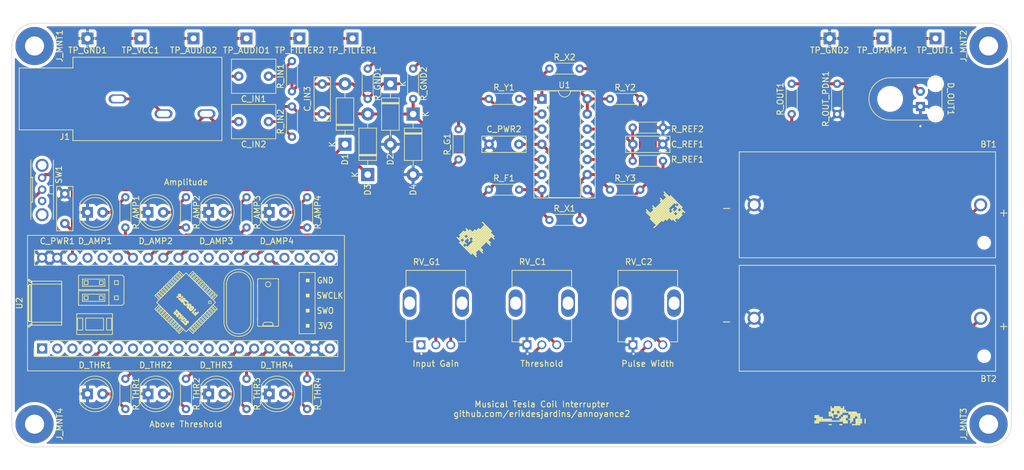
<source format=kicad_pcb>
(kicad_pcb (version 20211014) (generator pcbnew)
  (layers (0 "F.Cu" signal) (31 "B.Cu" signal) (34 "B.Paste" user) (35 "F.Paste" user) (36 "B.SilkS" user "B.Silkscreen") (37 "F.SilkS" user "F.Silkscreen") (38 "B.Mask" user) (39 "F.Mask" user) (44 "Edge.Cuts" user))
  (net 0 "")
  (net 1 "/PIN_G_GND")
  (net 2 "Net-(BT1-PadP)")
  (net 3 "/IN2")
  (net 4 "/IN1")
  (net 5 "/PIN_3V3_VCC")
  (net 6 "/AUDIO-")
  (net 7 "Net-(C_IN1-Pad2)")
  (net 8 "/AUDIO+")
  (net 9 "Net-(C_IN2-Pad2)")
  (net 11 "Net-(RV_G1-Pad2)")
  (net 12 "Net-(RV_G1-Pad3)")
  (net 13 "Net-(R_F1-Pad2)")
  (net 14 "Net-(R_G1-Pad1)")
  (net 15 "Net-(R_GND1-Pad2)")
  (net 16 "/PIN_A8_TIM1C1_PULSE")
  (net 17 "Net-(R_X1-Pad2)")
  (net 18 "Net-(R_X2-Pad1)")
  (net 19 "Net-(R_X2-Pad2)")
  (net 20 "/PIN_A0_ADC1C0")
  (net 34 "Net-(D_AMP1-Pad2)")
  (net 35 "Net-(D_AMP2-Pad2)")
  (net 36 "Net-(D_AMP3-Pad2)")
  (net 37 "Net-(D_AMP4-Pad2)")
  (net 39 "Net-(C_REF1-Pad2)")
  (net 45 "Net-(D_THR1-Pad2)")
  (net 46 "Net-(D_THR2-Pad2)")
  (net 47 "Net-(D_THR3-Pad2)")
  (net 48 "Net-(D_THR4-Pad2)")
  (net 53 "/PIN_B1_TIM3C4")
  (net 54 "/PIN_B0_TIM3C3")
  (net 55 "/PIN_A7_TIM3C2")
  (net 56 "/PIN_A6_TIM3C1")
  (net 57 "/PIN_B6_TIM4C1")
  (net 58 "/PIN_B7_TIM4C2")
  (net 59 "/PIN_B8_TIM4C3")
  (net 60 "/PIN_B9_TIM4C4")
  (net 61 "/PIN_A2_ADC2C2")
  (net 62 "/PIN_A1_ADC2C1")
  (net 69 "/OUT")
  (footprint "Resistor_THT:R_Axial_DIN0204_L3.6mm_D1.6mm_P5.08mm_Horizontal" (layer "F.Cu") (at 100.33 40.64 -90)
    (fp_text reference "R_G1")
    (fp_text value "1k")
  )
  (footprint "Custom_Footprints:TRIM_PT01-D125D-B103" (layer "F.Cu") (at 132.08 69.85)
    (fp_text reference "RV_C2")
    (fp_text value "100k")
  )
  (footprint "Resistor_THT:R_Axial_DIN0204_L3.6mm_D1.6mm_P5.08mm_Horizontal" (layer "F.Cu") (at 156.21 38.1 90)
    (fp_text reference "R_OUT1")
    (fp_text value "100")
  )
  (footprint "Resistor_THT:R_Axial_DIN0204_L3.6mm_D1.6mm_P5.08mm_Horizontal" (layer "F.Cu") (at 44.45 87.63 90)
    (fp_text reference "R_THR1")
    (fp_text value "10k")
  )
  (footprint "Resistor_THT:R_Axial_DIN0204_L3.6mm_D1.6mm_P5.08mm_Horizontal" (layer "F.Cu") (at 44.45 52.07 -90)
    (fp_text reference "R_AMP1")
    (fp_text value "10k")
  )
  (footprint "LED_THT:LED_D5.0mm" (layer "F.Cu") (at 58.42 54.61)
    (fp_text reference "D_AMP3")
    (fp_text value "LED")
  )
  (footprint "Custom_Silkscreen:Annoying_Dog_sprite_2" (layer "F.Cu") (at 134.62 54.61 -135)
    (fp_text reference "G***")
    (fp_text value "LOGO" hide)
  )
  (footprint "TestPoint:TestPoint_THTPad_2.0x2.0mm_Drill1.0mm" (layer "F.Cu") (at 38.1 25.4 180)
    (fp_text reference "TP_GND1")
    (fp_text value "TestPoint")
  )
  (footprint "Capacitor_THT:C_Rect_L7.2mm_W5.5mm_P5.00mm_FKS2_FKP2_MKS2_MKP2" (layer "F.Cu") (at 63.46 31.75)
    (fp_text reference "C_IN1")
    (fp_text value "1u")
  )
  (footprint "Resistor_THT:R_Axial_DIN0204_L3.6mm_D1.6mm_P5.08mm_Horizontal" (layer "F.Cu") (at 72.39 34.29 90)
    (fp_text reference "R_IN1")
    (fp_text value "10k")
  )
  (footprint "Custom_Footprints:YAAJ_BluePill_1" (layer "F.Cu") (at 30.48 77.47 90)
    (fp_text reference "U2")
    (fp_text value "YAAJ_BluePill_Part_Like" hide)
  )
  (footprint "Capacitor_THT:C_Rect_L7.2mm_W2.5mm_P5.00mm_FKS2_FKP2_MKS2_MKP2" (layer "F.Cu") (at 110.45 43.175 180)
    (fp_text reference "C_PWR2")
    (fp_text value "100n")
  )
  (footprint "Resistor_THT:R_Axial_DIN0204_L3.6mm_D1.6mm_P5.08mm_Horizontal" (layer "F.Cu") (at 72.39 41.91 90)
    (fp_text reference "R_IN2")
    (fp_text value "10k")
  )
  (footprint "Custom_Footprints:BAT_BH123A" (layer "F.Cu") (at 168.91 53.34)
    (fp_text reference "BT1")
    (fp_text value "BH123A")
  )
  (footprint "Capacitor_THT:C_Rect_L7.2mm_W2.5mm_P5.00mm_FKS2_FKP2_MKS2_MKP2" (layer "F.Cu") (at 34.29 51.475 -90)
    (fp_text reference "C_PWR1")
    (fp_text value "100n")
  )
  (footprint "Resistor_THT:R_Axial_DIN0204_L3.6mm_D1.6mm_P5.08mm_Horizontal" (layer "F.Cu") (at 115.57 55.875)
    (fp_text reference "R_X1")
    (fp_text value "10k")
  )
  (footprint "Resistor_THT:R_Axial_DIN0204_L3.6mm_D1.6mm_P5.08mm_Horizontal" (layer "F.Cu") (at 125.73 35.56)
    (fp_text reference "R_Y2")
    (fp_text value "10k")
  )
  (footprint "LED_THT:LED_D5.0mm" (layer "F.Cu") (at 48.26 85.09)
    (fp_text reference "D_THR2")
    (fp_text value "LED")
  )
  (footprint "LED_THT:LED_D5.0mm" (layer "F.Cu") (at 48.26 54.61)
    (fp_text reference "D_AMP2")
    (fp_text value "LED")
  )
  (footprint "Custom_Footprints:BAT_BH123A" (layer "F.Cu") (at 168.91 72.39)
    (fp_text reference "BT2")
    (fp_text value "BH123A")
  )
  (footprint "Custom_Footprints:TRIM_PT01-D130D-A103" (layer "F.Cu") (at 96.52 69.85)
    (fp_text reference "RV_G1")
    (fp_text value "10k")
  )
  (footprint "MountingHole:MountingHole_3.2mm_M3_Pad" (layer "F.Cu") (at 189.23 26.67 90)
    (fp_text reference "J_MNT2")
    (fp_text value "Conn_01x01_Female")
  )
  (footprint "TestPoint:TestPoint_THTPad_2.0x2.0mm_Drill1.0mm" (layer "F.Cu") (at 180.34 25.4 180)
    (fp_text reference "TP_OUT1")
    (fp_text value "TestPoint")
  )
  (footprint "Custom_Footprints:IF-E96E" (layer "F.Cu") (at 177.8 35.56 -90)
    (fp_text reference "D_OUT1")
    (fp_text value "LED")
  )
  (footprint "Capacitor_THT:C_Rect_L7.2mm_W2.5mm_P5.00mm_FKS2_FKP2_MKS2_MKP2" (layer "F.Cu") (at 77.47 38.06 90)
    (fp_text reference "C_IN3")
    (fp_text value "1n")
  )
  (footprint "TestPoint:TestPoint_THTPad_2.0x2.0mm_Drill1.0mm" (layer "F.Cu") (at 46.99 25.4 180)
    (fp_text reference "TP_VCC1")
    (fp_text value "TestPoint")
  )
  (footprint "TestPoint:TestPoint_THTPad_2.0x2.0mm_Drill1.0mm" (layer "F.Cu") (at 64.77 25.4 180)
    (fp_text reference "TP_AUDIO1")
    (fp_text value "TestPoint")
  )
  (footprint "Custom_Footprints:CUI_MJ-63022B" (layer "F.Cu") (at 43.14 35.56)
    (fp_text reference "J1")
    (fp_text value "MJ-63022B")
  )
  (footprint "LED_THT:LED_D5.0mm" (layer "F.Cu") (at 68.58 85.09)
    (fp_text reference "D_THR4")
    (fp_text value "LED")
  )
  (footprint "Resistor_THT:R_Axial_DIN0204_L3.6mm_D1.6mm_P5.08mm_Horizontal" (layer "F.Cu") (at 129.54 40.381)
    (fp_text reference "R_REF2")
    (fp_text value "100k")
  )
  (footprint "TestPoint:TestPoint_THTPad_2.0x2.0mm_Drill1.0mm" (layer "F.Cu") (at 162.56 25.4 180)
    (fp_text reference "TP_GND2")
    (fp_text value "TestPoint")
  )
  (footprint "Resistor_THT:R_Axial_DIN0204_L3.6mm_D1.6mm_P5.08mm_Horizontal" (layer "F.Cu") (at 105.41 35.555)
    (fp_text reference "R_Y1")
    (fp_text value "10k")
  )
  (footprint "Diode_THT:D_DO-41_SOD81_P10.16mm_Horizontal" (layer "F.Cu") (at 88.9 33.02 -90)
    (fp_text reference "D2")
    (fp_text value "1N5817")
  )
  (footprint "LED_THT:LED_D5.0mm" (layer "F.Cu") (at 38.1 85.09)
    (fp_text reference "D_THR1")
    (fp_text value "LED")
  )
  (footprint "MountingHole:MountingHole_3.2mm_M3_Pad" (layer "F.Cu") (at 29.21 90.17 -90)
    (fp_text reference "J_MNT4")
    (fp_text value "Conn_01x01_Female")
  )
  (footprint "Custom_Footprints:OS102011MA1Q" (layer "F.Cu") (at 30.48 50.8 -90)
    (fp_text reference "SW1")
    (fp_text value "SW_SPDT")
  )
  (footprint "Resistor_THT:R_Axial_DIN0204_L3.6mm_D1.6mm_P5.08mm_Horizontal" (layer "F.Cu") (at 74.93 87.63 90)
    (fp_text reference "R_THR4")
    (fp_text value "10k")
  )
  (footprint "TestPoint:TestPoint_THTPad_2.0x2.0mm_Drill1.0mm" (layer "F.Cu") (at 55.88 25.4 180)
    (fp_text reference "TP_AUDIO2")
    (fp_text value "TestPoint")
  )
  (footprint "LED_THT:LED_D5.0mm" (layer "F.Cu") (at 38.1 54.61)
    (fp_text reference "D_AMP1")
    (fp_text value "LED")
  )
  (footprint "Capacitor_THT:C_Rect_L7.2mm_W2.5mm_P5.00mm_FKS2_FKP2_MKS2_MKP2" (layer "F.Cu") (at 134.58 43.18 180)
    (fp_text reference "C_REF1")
    (fp_text value "100n")
  )
  (footprint "TestPoint:TestPoint_THTPad_2.0x2.0mm_Drill1.0mm" (layer "F.Cu") (at 73.66 25.4 180)
    (fp_text reference "TP_FILTER2")
    (fp_text value "TestPoint")
  )
  (footprint "Resistor_THT:R_Axial_DIN0204_L3.6mm_D1.6mm_P5.08mm_Horizontal" (layer "F.Cu") (at 115.57 30.475)
    (fp_text reference "R_X2")
    (fp_text value "10k")
  )
  (footprint "TestPoint:TestPoint_THTPad_2.0x2.0mm_Drill1.0mm" (layer "F.Cu") (at 82.55 25.4 180)
    (fp_text reference "TP_FILTER1")
    (fp_text value "TestPoint")
  )
  (footprint "Resistor_THT:R_Axial_DIN0204_L3.6mm_D1.6mm_P5.08mm_Horizontal" (layer "F.Cu") (at 134.62 45.969 180)
    (fp_text reference "R_REF1")
    (fp_text value "100k")
  )
  (footprint "Resistor_THT:R_Axial_DIN0204_L3.6mm_D1.6mm_P5.08mm_Horizontal" (layer "F.Cu") (at 74.93 52.07 -90)
    (fp_text reference "R_AMP4")
    (fp_text value "10k")
  )
  (footprint "Diode_THT:D_DO-41_SOD81_P10.16mm_Horizontal" (layer "F.Cu") (at 81.28 43.18 90)
    (fp_text reference "D1")
    (fp_text value "1N5817")
  )
  (footprint "Resistor_THT:R_Axial_DIN0204_L3.6mm_D1.6mm_P5.08mm_Horizontal" (layer "F.Cu") (at 64.77 87.63 90)
    (fp_text reference "R_THR3")
    (fp_text value "10k")
  )
  (footprint "LED_THT:LED_D5.0mm" (layer "F.Cu") (at 58.42 85.09)
    (fp_text reference "D_THR3")
    (fp_text value "LED")
  )
  (footprint "Resistor_THT:R_Axial_DIN0204_L3.6mm_D1.6mm_P5.08mm_Horizontal" (layer "F.Cu") (at 85.09 35.56 90)
    (fp_text reference "R_GND1")
    (fp_text value "100k")
  )
  (footprint "Diode_THT:D_DO-41_SOD81_P10.16mm_Horizontal" (layer "F.Cu") (at 92.71 38.1 -90)
    (fp_text reference "D4")
    (fp_text value "1N5817")
  )
  (footprint "Custom_Silkscreen:Annoying_Dog_sprite_1" (layer "F.Cu") (at 103.505 59.055 45)
    (fp_text reference "G***")
    (fp_text value "LOGO" hide)
  )
  (footprint "Diode_THT:D_DO-41_SOD81_P10.16mm_Horizontal" (layer "F.Cu") (at 85.09 48.26 90)
    (fp_text reference "D3")
    (fp_text value "1N5817")
  )
  (footprint "Resistor_THT:R_Axial_DIN0204_L3.6mm_D1.6mm_P5.08mm_Horizontal" (layer "F.Cu") (at 105.41 50.795)
    (fp_text reference "R_F1")
    (fp_text value "10k")
  )
  (footprint "Custom_Silkscreen:Annoying_Dog_sprite_bone" (layer "F.Cu") (at 164.465 88.9)
    (fp_text reference "G***")
    (fp_text value "LOGO" hide)
  )
  (footprint "Capacitor_THT:C_Rect_L7.2mm_W5.5mm_P5.00mm_FKS2_FKP2_MKS2_MKP2" (layer "F.Cu") (at 63.46 39.37)
    (fp_text reference "C_IN2")
    (fp_text value "1u")
  )
  (footprint "TestPoint:TestPoint_THTPad_2.0x2.0mm_Drill1.0mm" (layer "F.Cu") (at 171.45 25.4 180)
    (fp_text reference "TP_OPAMP1")
    (fp_text value "TestPoint")
  )
  (footprint "Resistor_THT:R_Axial_DIN0204_L3.6mm_D1.6mm_P5.08mm_Horizontal" (layer "F.Cu") (at 163.83 38.1 90)
    (fp_text reference "R_OUT_PDN1")
    (fp_text value "10k")
  )
  (footprint "Custom_Footprints:TRIM_PT01-D125D-B103" (layer "F.Cu") (at 114.3 69.85)
    (fp_text reference "RV_C1")
    (fp_text value "100k")
  )
  (footprint "Resistor_THT:R_Axial_DIN0204_L3.6mm_D1.6mm_P5.08mm_Horizontal" (layer "F.Cu") (at 92.71 35.56 90)
    (fp_text reference "R_GND2")
    (fp_text value "100k")
  )
  (footprint "Resistor_THT:R_Axial_DIN0204_L3.6mm_D1.6mm_P5.08mm_Horizontal" (layer "F.Cu") (at 54.61 52.07 -90)
    (fp_text reference "R_AMP2")
    (fp_text value "10k")
  )
  (footprint "Resistor_THT:R_Axial_DIN0204_L3.6mm_D1.6mm_P5.08mm_Horizontal" (layer "F.Cu") (at 64.77 52.07 -90)
    (fp_text reference "R_AMP3")
    (fp_text value "10k")
  )
  (footprint "MountingHole:MountingHole_3.2mm_M3_Pad" (layer "F.Cu") (at 189.23 90.17 90)
    (fp_text reference "J_MNT3")
    (fp_text value "Conn_01x01_Female")
  )
  (footprint "MountingHole:MountingHole_3.2mm_M3_Pad" (layer "F.Cu") (at 29.21 26.67 -90)
    (fp_text reference "J_MNT1")
    (fp_text value "Conn_01x01_Female")
  )
  (footprint "Resistor_THT:R_Axial_DIN0204_L3.6mm_D1.6mm_P5.08mm_Horizontal" (layer "F.Cu") (at 125.73 50.8)
    (fp_text reference "R_Y3")
    (fp_text value "10k")
  )
  (footprint "Package_DIP:DIP-14_W7.62mm_Socket" (layer "F.Cu") (at 114.3 35.56)
    (fp_text reference "U1")
    (fp_text value "LMC6484")
  )
  (footprint "LED_THT:LED_D5.0mm" (layer "F.Cu") (at 68.58 54.61)
    (fp_text reference "D_AMP4")
    (fp_text value "LED")
  )
  (footprint "Resistor_THT:R_Axial_DIN0204_L3.6mm_D1.6mm_P5.08mm_Horizontal" (layer "F.Cu") (at 54.61 87.63 90)
    (fp_text reference "R_THR2")
    (fp_text value "10k")
  )
  (gr_line (start 25.4 26.67) (end 25.4 90.17) (layer "Edge.Cuts") (width 0.1))
  (gr_line (start 29.21 93.98) (end 189.23 93.98) (layer "Edge.Cuts") (width 0.1))
  (gr_arc (start 25.4 26.67) (mid 26.515923 23.975923) (end 29.21 22.86) (layer "Edge.Cuts") (width 0.1))
  (gr_line (start 189.23 22.86) (end 29.21 22.86) (layer "Edge.Cuts") (width 0.1))
  (gr_arc (start 193.04 90.17) (mid 191.924077 92.864077) (end 189.23 93.98) (layer "Edge.Cuts") (width 0.1))
  (gr_line (start 193.04 90.17) (end 193.04 26.67) (layer "Edge.Cuts") (width 0.1))
  (gr_arc (start 189.23 22.86) (mid 191.924077 23.975923) (end 193.04 26.67) (layer "Edge.Cuts") (width 0.1))
  (gr_arc (start 29.21 93.98) (mid 26.515923 92.864077) (end 25.4 90.17) (layer "Edge.Cuts") (width 0.1))
  (gr_text "Threshold" (at 114.3 80.01) (layer "F.SilkS") (effects (font (size 1 1))))
  (gr_text "Above Threshold" (at 54.61 90.17) (layer "F.SilkS") (effects (font (size 1 1))))
  (gr_text "Amplitude" (at 54.61 49.53) (layer "F.SilkS") (effects (font (size 1 1))))
  (gr_text "Input Gain" (at 96.52 80.01) (layer "F.SilkS") (effects (font (size 1 1))))
  (gr_text "Pulse Width" (at 132.08 80.01) (layer "F.SilkS") (effects (font (size 1 1))))
  (gr_text "Musical Tesla Coil Interrupter\ngithub.com/erikdesjardins/annoyance2" (at 114.3 87.63) (layer "F.SilkS") (effects (font (size 1 1))))
  (segment (start 36.83 91.44) (end 149.86 91.44) (width 0.5) (layer "F.Cu") (net 2))
  (segment (start 26.67 81.28) (end 36.83 91.44) (width 0.5) (layer "F.Cu") (net 2))
  (segment (start 168.845 91.44) (end 187.895 72.39) (width 0.5) (layer "F.Cu") (net 2))
  (segment (start 30.48 50.8) (end 26.67 54.61) (width 0.5) (layer "F.Cu") (net 2))
  (segment (start 149.86 91.44) (end 149.86 91.375) (width 0.5) (layer "F.Cu") (net 2))
  (segment (start 26.67 54.61) (end 26.67 81.28) (width 0.5) (layer "F.Cu") (net 2))
  (segment (start 149.86 91.375) (end 187.895 53.34) (width 0.5) (layer "F.Cu") (net 2))
  (segment (start 149.86 91.44) (end 168.845 91.44) (width 0.5) (layer "F.Cu") (net 2))
  (segment (start 72.39 36.83) (end 73.62 38.06) (width 0.5) (layer "F.Cu") (net 3))
  (segment (start 72.39 36.83) (end 69.85 36.83) (width 0.5) (layer "F.Cu") (net 3))
  (segment (start 66.04 33.02) (end 66.04 30.48) (width 0.5) (layer "F.Cu") (net 3))
  (segment (start 101.6 44.45) (end 99.06 44.45) (width 0.5) (layer "F.Cu") (net 3))
  (segment (start 77.47 38.06) (end 85.05 38.06) (width 0.5) (layer "F.Cu") (net 3))
  (segment (start 85.09 38.1) (end 92.71 38.1) (width 0.5) (layer "F.Cu") (net 3))
  (segment (start 73.66 25.4) (end 71.12 25.4) (width 0.5) (layer "F.Cu") (net 3))
  (segment (start 114.31 45.715) (end 102.865 45.715) (width 0.5) (layer "F.Cu") (net 3))
  (segment (start 69.85 36.83) (end 66.04 33.02) (width 0.5) (layer "F.Cu") (net 3))
  (segment (start 99.06 44.45) (end 92.71 38.1) (width 0.5) (layer "F.Cu") (net 3))
  (segment (start 85.05 38.06) (end 85.09 38.1) (width 0.5) (layer "F.Cu") (net 3))
  (segment (start 102.865 45.715) (end 101.6 44.45) (width 0.5) (layer "F.Cu") (net 3))
  (segment (start 71.12 25.4) (end 66.04 30.48) (width 0.5) (layer "F.Cu") (net 3))
  (segment (start 92.71 35.56) (end 92.71 38.1) (width 0.5) (layer "F.Cu") (net 3))
  (segment (start 73.62 38.06) (end 77.47 38.06) (width 0.5) (layer "F.Cu") (net 3))
  (segment (start 81.28 33.02) (end 82.55 33.02) (width 0.5) (layer "F.Cu") (net 4))
  (segment (start 102.91 40.635) (end 101.635 41.91) (width 0.5) (layer "F.Cu") (net 4))
  (segment (start 93.98 33.02) (end 88.9 33.02) (width 0.5) (layer "F.Cu") (net 4))
  (segment (start 87.63 33.02) (end 85.09 35.56) (width 0.5) (layer "F.Cu") (net 4))
  (segment (start 82.55 33.02) (end 85.09 35.56) (width 0.5) (layer "F.Cu") (net 4))
  (segment (start 101.635 41.91) (end 99.06 41.91) (width 0.5) (layer "F.Cu") (net 4))
  (segment (start 95.25 34.29) (end 93.98 33.02) (width 0.5) (layer "F.Cu") (net 4))
  (segment (start 77.47 33.06) (end 73.62 33.06) (width 0.5) (layer "F.Cu") (net 4))
  (segment (start 81.24 33.06) (end 81.28 33.02) (width 0.5) (layer "F.Cu") (net 4))
  (segment (start 80.01 25.4) (end 72.39 33.02) (width 0.5) (layer "F.Cu") (net 4))
  (segment (start 73.62 33.06) (end 72.39 34.29) (width 0.5) (layer "F.Cu") (net 4))
  (segment (start 95.25 38.1) (end 95.25 34.29) (width 0.5) (layer "F.Cu") (net 4))
  (segment (start 114.31 40.635) (end 102.91 40.635) (width 0.5) (layer "F.Cu") (net 4))
  (segment (start 88.9 33.02) (end 87.63 33.02) (width 0.5) (layer "F.Cu") (net 4))
  (segment (start 99.06 41.91) (end 95.25 38.1) (width 0.5) (layer "F.Cu") (net 4))
  (segment (start 72.39 33.02) (end 72.39 34.29) (width 0.5) (layer "F.Cu") (net 4))
  (segment (start 77.47 33.06) (end 81.24 33.06) (width 0.5) (layer "F.Cu") (net 4))
  (segment (start 82.55 25.4) (end 80.01 25.4) (width 0.5) (layer "F.Cu") (net 4))
  (segment (start 124.46 59.69) (end 134.62 49.53) (width 0.5) (layer "F.Cu") (net 5))
  (segment (start 110.49 74.93) (end 104.14 81.28) (width 0.5) (layer "F.Cu") (net 5))
  (segment (start 35.56 62.23) (end 35.56 50.8) (width 0.5) (layer "F.Cu") (net 5))
  (segment (start 31.02 48.26) (end 30.48 48.8) (width 0.5) (layer "F.Cu") (net 5))
  (segment (start 134.58 76.85) (end 132.66 74.93) (width 0.5) (layer "F.Cu") (net 5))
  (segment (start 39.37 49.53) (end 80.01 49.53) (width 0.5) (layer "F.Cu") (net 5))
  (segment (start 86.36 78.74) (end 86.36 59.69) (width 0.5) (layer "F.Cu") (net 5))
  (segment (start 132.66 74.93) (end 114.935 74.93) (width 0.5) (layer "F.Cu") (net 5))
  (segment (start 115.57 59.69) (end 124.46 59.69) (width 0.5) (layer "F.Cu") (net 5))
  (segment (start 46.99 25.4) (end 44.45 25.4) (width 0.5) (layer "F.Cu") (net 5))
  (segment (start 35.56 48.26) (end 36.83 48.26) (width 0.5) (layer "F.Cu") (net 5))
  (segment (start 34.29 48.26) (end 35.56 48.26) (width 0.5) (layer "F.Cu") (net 5))
  (segment (start 88.9 81.28) (end 86.36 78.74) (width 0.5) (layer "F.Cu") (net 5))
  (segment (start 107.95 59.69) (end 115.57 59.69) (width 0.5) (layer "F.Cu") (net 5))
  (segment (start 77.47 50.8) (end 38.1 50.8) (width 0.5) (layer "F.Cu") (net 5))
  (segment (start 110.45 43.175) (end 114.31 43.175) (width 0.5) (layer "F.Cu") (net 5))
  (segment (start 88.9 58.42) (end 88.9 77.47) (width 0.5) (layer "F.Cu") (net 5))
  (segment (start 35.56 50.8) (end 33.02 48.26) (width 0.5) (layer "F.Cu") (net 5))
  (segment (start 38.1 50.8) (end 35.56 48.26) (width 0.5) (layer "F.Cu") (net 5))
  (segment (start 38.1 46.99) (end 36.83 48.26) (width 0.5) (layer "F.Cu") (net 5))
  (segment (start 80.01 49.53) (end 88.9 58.42) (width 0.5) (layer "F.Cu") (net 5))
  (segment (start 85.09 48.26) (end 83.82 46.99) (width 0.5) (layer "F.Cu") (net 5))
  (segment (start 102.87 78.74) (end 104.14 77.47) (width 0.5) (layer "F.Cu") (net 5))
  (segment (start 31.75 48.26) (end 36.83 43.18) (width 0.5) (layer "F.Cu") (net 5))
  (segment (start 36.83 48.26) (end 38.1 48.26) (width 0.5) (layer "F.Cu") (net 5))
  (segment (start 88.9 77.47) (end 90.17 78.74) (width 0.5) (layer "F.Cu") (net 5))
  (segment (start 104.14 77.47) (end 104.14 63.5) (width 0.5) (layer "F.Cu") (net 5))
  (segment (start 114.935 74.93) (end 110.49 74.93) (width 0.5) (layer "F.Cu") (net 5))
  (segment (start 33.02 48.26) (end 34.29 48.26) (width 0.5) (layer "F.Cu") (net 5))
  (segment (start 118.11 46.975) (end 118.11 57.15) (width 0.5) (layer "F.Cu") (net 5))
  (segment (start 114.935 74.985) (end 114.935 74.93) (width 0.5) (layer "F.Cu") (net 5))
  (segment (start 118.11 57.15) (end 115.57 59.69) (width 0.5) (layer "F.Cu") (net 5))
  (segment (start 36.83 43.18) (end 36.83 33.02) (width 0.5) (layer "F.Cu") (net 5))
  (segment (start 44.45 25.4) (end 36.83 33.02) (width 0.5) (layer "F.Cu") (net 5))
  (segment (start 81.28 43.18) (end 78.74 45.72) (width 0.5) (layer "F.Cu") (net 5))
  (segment (start 83.82 46.99) (end 38.1 46.99) (width 0.5) (layer "F.Cu") (net 5))
  (segment (start 104.14 63.5) (end 107.95 59.69) (width 0.5) (layer "F.Cu") (net 5))
  (segment (start 38.1 48.26) (end 39.37 49.53) (width 0.5) (layer "F.Cu") (net 5))
  (segment (start 90.17 78.74) (end 102.87 78.74) (width 0.5) (layer "F.Cu") (net 5))
  (segment (start 104.14 81.28) (end 88.9 81.28) (width 0.5) (layer "F.Cu") (net 5))
  (segment (start 116.8 76.85) (end 114.935 74.985) (width 0.5) (layer "F.Cu") (net 5))
  (segment (start 78.74 45.72) (end 36.83 45.72) (width 0.5) (layer "F.Cu") (net 5))
  (segment (start 118.11 46.975) (end 114.31 43.175) (width 0.5) (layer "F.Cu") (net 5))
  (segment (start 34.29 56.475) (end 35.56 57.745) (width 0.5) (layer "F.Cu") (net 5))
  (segment (start 86.36 59.69) (end 77.47 50.8) (width 0.5) (layer "F.Cu") (net 5))
  (segment (start 36.83 45.72) (end 34.29 48.26) (width 0.5) (layer "F.Cu") (net 5))
  (segment (start 134.62 49.53) (end 134.62 45.969) (width 0.5) (layer "F.Cu") (net 5))
  (segment (start 31.75 48.26) (end 31.02 48.26) (width 0.5) (layer "F.Cu") (net 5))
  (segment (start 33.02 48.26) (end 31.75 48.26) (width 0.5) (layer "F.Cu") (net 5))
  (segment (start 62.23 25.4) (end 55.88 31.75) (width 0.5) (layer "F.Cu") (net 6))
  (segment (start 50.76 38.06) (end 50.84 38.06) (width 0.5) (layer "F.Cu") (net 6))
  (segment (start 48.26 35.56) (end 43.14 35.56) (width 0.5) (layer "F.Cu") (net 6))
  (segment (start 55.88 31.75) (end 52.07 35.56) (width 0.5) (layer "F.Cu") (net 6))
  (segment (start 52.07 35.56) (end 48.26 35.56) (width 0.5) (layer "F.Cu") (net 6))
  (segment (start 64.77 25.4) (end 62.23 25.4) (width 0.5) (layer "F.Cu") (net 6))
  (segment (start 63.46 31.75) (end 55.88 31.75) (width 0.5) (layer "F.Cu") (net 6))
  (segment (start 48.26 35.56) (end 50.76 38.06) (width 0.5) (layer "F.Cu") (net 6))
  (segment (start 69.85 31.75) (end 72.39 29.21) (width 0.5) (layer "F.Cu") (net 7))
  (segment (start 68.46 31.75) (end 69.85 31.75) (width 0.5) (layer "F.Cu") (net 7))
  (segment (start 48.26 30.48) (end 43.18 30.48) (width 0.5) (layer "F.Cu") (net 8))
  (segment (start 43.18 40.64) (end 55.46 40.64) (width 0.5) (layer "F.Cu") (net 8))
  (segment (start 53.34 25.4) (end 48.26 30.48) (width 0.5) (layer "F.Cu") (net 8))
  (segment (start 43.18 30.48) (end 39.37 34.29) (width 0.5) (layer "F.Cu") (net 8))
  (segment (start 63.46 39.37) (end 59.35 39.37) (width 0.5) (layer "F.Cu") (net 8))
  (segment (start 39.37 36.83) (end 43.18 40.64) (width 0.5) (layer "F.Cu") (net 8))
  (segment (start 55.88 25.4) (end 53.34 25.4) (width 0.5) (layer "F.Cu") (net 8))
  (segment (start 55.46 40.64) (end 58.04 38.06) (width 0.5) (layer "F.Cu") (net 8))
  (segment (start 59.35 39.37) (end 58.04 38.06) (width 0.5) (layer "F.Cu") (net 8))
  (segment (start 39.37 34.29) (end 39.37 36.83) (width 0.5) (layer "F.Cu") (net 8))
  (segment (start 68.46 39.37) (end 69.85 39.37) (width 0.5) (layer "F.Cu") (net 9))
  (segment (start 69.85 39.37) (end 72.39 41.91) (width 0.5) (layer "F.Cu") (net 9))
  (segment (start 96.52 49.53) (end 100.33 45.72) (width 0.5) (layer "F.Cu") (net 11))
  (segment (start 96.52 76.85) (end 96.52 49.53) (width 0.5) (layer "F.Cu") (net 11))
  (segment (start 99.02 57.185) (end 105.41 50.795) (width 0.5) (layer "F.Cu") (net 12))
  (segment (start 114.31 48.255) (end 107.95 48.255) (width 0.5) (layer "F.Cu") (net 12))
  (segment (start 107.95 48.255) (end 105.41 50.795) (width 0.5) (layer "F.Cu") (net 12))
  (segment (start 99.02 76.85) (end 99.02 57.185) (width 0.5) (layer "F.Cu") (net 12))
  (segment (start 114.31 50.795) (end 114.31 54.615) (width 0.5) (layer "F.Cu") (net 13))
  (segment (start 114.31 54.615) (end 115.57 55.875) (width 0.5) (layer "F.Cu") (net 13))
  (segment (start 110.49 50.795) (end 114.31 50.795) (width 0.5) (layer "F.Cu") (net 13))
  (segment (start 107.95 38.095) (end 105.41 35.555) (width 0.5) (layer "F.Cu") (net 14))
  (segment (start 100.33 38.1) (end 100.33 40.64) (width 0.5) (layer "F.Cu") (net 14))
  (segment (start 102.875 35.555) (end 100.33 38.1) (width 0.5) (layer "F.Cu") (net 14))
  (segment (start 105.41 35.555) (end 102.875 35.555) (width 0.5) (layer "F.Cu") (net 14))
  (segment (start 114.31 38.095) (end 107.95 38.095) (width 0.5) (layer "F.Cu") (net 14))
  (segment (start 95.25 27.94) (end 116.84 27.94) (width 0.5) (layer "F.Cu") (net 15))
  (segment (start 121.93 35.555) (end 118.11 31.735) (width 0.5) (layer "F.Cu") (net 15))
  (segment (start 87.63 27.94) (end 95.25 27.94) (width 0.5) (layer "F.Cu") (net 15))
  (segment (start 118.11 31.735) (end 118.11 29.21) (width 0.5) (layer "F.Cu") (net 15))
  (segment (start 92.71 30.48) (end 95.25 27.94) (width 0.5) (layer "F.Cu") (net 15))
  (segment (start 125.73 35.555) (end 121.93 35.555) (width 0.5) (layer "F.Cu") (net 15))
  (segment (start 85.09 30.48) (end 87.63 27.94) (width 0.5) (layer "F.Cu") (net 15))
  (segment (start 116.84 27.94) (end 118.11 29.21) (width 0.5) (layer "F.Cu") (net 15))
  (segment (start 121.93 35.555) (end 121.93 38.095) (width 0.5) (layer "F.Cu") (net 15))
  (segment (start 40.64 77.47) (end 35.56 82.55) (width 0.5) (layer "F.Cu") (net 16))
  (segment (start 156.21 72.39) (end 156.21 38.1) (width 0.5) (layer "F.Cu") (net 16))
  (segment (start 139.7 88.9) (end 156.21 72.39) (width 0.5) (layer "F.Cu") (net 16))
  (segment (start 35.56 82.55) (end 35.56 86.36) (width 0.5) (layer "F.Cu") (net 16))
  (segment (start 139.7 88.9) (end 38.1 88.9) (width 0.5) (layer "F.Cu") (net 16))
  (segment (start 38.1 88.9) (end 35.56 86.36) (width 0.5) (layer "F.Cu") (net 16))
  (segment (start 123.185 48.255) (end 125.73 50.8) (width 0.5) (layer "F.Cu") (net 17))
  (segment (start 121.93 48.255) (end 123.185 48.255) (width 0.5) (layer "F.Cu") (net 17))
  (segment (start 120.65 55.875) (end 120.65 49.535) (width 0.5) (layer "F.Cu") (net 17))
  (segment (start 120.65 49.535) (end 121.93 48.255) (width 0.5) (layer "F.Cu") (net 17))
  (segment (start 114.31 35.555) (end 114.31 31.735) (width 0.5) (layer "F.Cu") (net 18))
  (segment (start 114.31 31.735) (end 115.57 30.475) (width 0.5) (layer "F.Cu") (net 18))
  (segment (start 110.49 35.555) (end 114.31 35.555) (width 0.5) (layer "F.Cu") (net 18))
  (segment (start 130.829511 46.970489) (end 129.54 48.26) (width 0.5) (layer "F.Cu") (net 19))
  (segment (start 125.73 30.475) (end 130.81 35.555) (width 0.5) (layer "F.Cu") (net 19))
  (segment (start 128.27 48.26) (end 125.725 45.715) (width 0.5) (layer "F.Cu") (net 19))
  (segment (start 130.81 35.56) (end 130.81 36.576) (width 0.5) (layer "F.Cu") (net 19))
  (segment (start 125.725 45.715) (end 121.93 45.715) (width 0.5) (layer "F.Cu") (net 19))
  (segment (start 129.54 48.26) (end 128.27 48.26) (width 0.5) (layer "F.Cu") (net 19))
  (segment (start 130.829511 36.595511) (end 130.829511 46.970489) (width 0.5) (layer "F.Cu") (net 19))
  (segment (start 130.81 36.576) (end 130.829511 36.595511) (width 0.5) (layer "F.Cu") (net 19))
  (segment (start 120.65 30.475) (end 125.73 30.475) (width 0.5) (layer "F.Cu") (net 19))
  (segment (start 146.05 35.56) (end 146.05 78.74) (width 0.5) (layer "F.Cu") (net 20))
  (segment (start 167.64 25.4) (end 163.83 29.21) (width 0.5) (layer "F.Cu") (net 20))
  (segment (start 124.46 53.34) (end 128.27 53.34) (width 0.5) (layer "F.Cu") (net 20))
  (segment (start 144.78 34.29) (end 146.05 35.56) (width 0.5) (layer "F.Cu") (net 20))
  (segment (start 128.27 53.34) (end 130.81 50.8) (width 0.5) (layer "F.Cu") (net 20))
  (segment (start 133.330489 35.579511) (end 134.62 34.29) (width 0.5) (layer "F.Cu") (net 20))
  (segment (start 133.330489 48.279511) (end 133.330489 35.579511) (width 0.5) (layer "F.Cu") (net 20))
  (segment (start 124.46 53.325) (end 124.46 53.34) (width 0.5) (layer "F.Cu") (net 20))
  (segment (start 121.93 50.795) (end 124.46 53.325) (width 0.5) (layer "F.Cu") (net 20))
  (segment (start 130.81 50.8) (end 133.330489 48.279511) (width 0.5) (layer "F.Cu") (net 20))
  (segment (start 85.09 86.36) (end 81.28 82.55) (width 0.5) (layer "F.Cu") (net 20))
  (segment (start 146.05 78.74) (end 138.43 86.36) (width 0.5) (layer "F.Cu") (net 20))
  (segment (start 134.62 34.29) (end 139.7 34.29) (width 0.5) (layer "F.Cu") (net 20))
  (segment (start 81.28 74.93) (end 68.58 62.23) (width 0.5) (layer "F.Cu") (net 20))
  (segment (start 171.45 25.4) (end 167.64 25.4) (width 0.5) (layer "F.Cu") (net 20))
  (segment (start 81.28 82.55) (end 81.28 74.93) (width 0.5) (layer "F.Cu") (net 20))
  (segment (start 144.78 29.21) (end 139.7 34.29) (width 0.5) (layer "F.Cu") (net 20))
  (segment (start 139.7 34.29) (end 144.78 34.29) (width 0.5) (layer "F.Cu") (net 20))
  (segment (start 138.43 86.36) (end 85.09 86.36) (width 0.5) (layer "F.Cu") (net 20))
  (segment (start 163.83 29.21) (end 144.78 29.21) (width 0.5) (layer "F.Cu") (net 20))
  (segment (start 41.91 54.61) (end 44.45 52.07) (width 0.5) (layer "F.Cu") (net 34))
  (segment (start 40.64 54.61) (end 41.91 54.61) (width 0.5) (layer "F.Cu") (net 34))
  (segment (start 52.07 54.61) (end 54.61 52.07) (width 0.5) (layer "F.Cu") (net 35))
  (segment (start 50.8 54.61) (end 52.07 54.61) (width 0.5) (layer "F.Cu") (net 35))
  (segment (start 60.96 54.61) (end 62.23 54.61) (width 0.5) (layer "F.Cu") (net 36))
  (segment (start 62.23 54.61) (end 64.77 52.07) (width 0.5) (layer "F.Cu") (net 36))
  (segment (start 72.39 54.61) (end 74.93 52.07) (width 0.5) (layer "F.Cu") (net 37))
  (segment (start 71.12 54.61) (end 72.39 54.61) (width 0.5) (layer "F.Cu") (net 37))
  (segment (start 129.54 40.381) (end 129.54 45.969) (width 0.5) (layer "F.Cu") (net 39))
  (segment (start 127.035 40.635) (end 129.58 43.18) (width 0.5) (layer "F.Cu") (net 39))
  (segment (start 121.93 40.635) (end 127.035 40.635) (width 0.5) (layer "F.Cu") (net 39))
  (segment (start 41.91 85.09) (end 44.45 87.63) (width 0.5) (layer "F.Cu") (net 45))
  (segment (start 40.64 85.09) (end 41.91 85.09) (width 0.5) (layer "F.Cu") (net 45))
  (segment (start 50.8 85.09) (end 52.07 85.09) (width 0.5) (layer "F.Cu") (net 46))
  (segment (start 52.07 85.09) (end 54.61 87.63) (width 0.5) (layer "F.Cu") (net 46))
  (segment (start 60.96 85.09) (end 62.23 85.09) (width 0.5) (layer "F.Cu") (net 47))
  (segment (start 62.23 85.09) (end 64.77 87.63) (width 0.5) (layer "F.Cu") (net 47))
  (segment (start 71.12 85.09) (end 72.39 85.09) (width 0.5) (layer "F.Cu") (net 48))
  (segment (start 72.39 85.09) (end 74.93 87.63) (width 0.5) (layer "F.Cu") (net 48))
  (segment (start 44.45 57.15) (end 44.45 60.96) (width 0.5) (layer "F.Cu") (net 53))
  (segment (start 44.45 60.96) (end 45.72 62.23) (width 0.5) (layer "F.Cu") (net 53))
  (segment (start 54.61 57.15) (end 53.34 57.15) (width 0.5) (layer "F.Cu") (net 54))
  (segment (start 53.34 57.15) (end 48.26 62.23) (width 0.5) (layer "F.Cu") (net 54))
  (segment (start 54.61 58.42) (end 63.5 58.42) (width 0.5) (layer "F.Cu") (net 55))
  (segment (start 63.5 58.42) (end 64.77 57.15) (width 0.5) (layer "F.Cu") (net 55))
  (segment (start 50.8 62.23) (end 54.61 58.42) (width 0.5) (layer "F.Cu") (net 55))
  (segment (start 55.88 59.69) (end 64.77 59.69) (width 0.5) (layer "F.Cu") (net 56))
  (segment (start 53.34 62.23) (end 55.88 59.69) (width 0.5) (layer "F.Cu") (net 56))
  (segment (start 67.31 57.15) (end 74.93 57.15) (width 0.5) (layer "F.Cu") (net 56))
  (segment (start 64.77 59.69) (end 67.31 57.15) (width 0.5) (layer "F.Cu") (net 56))
  (segment (start 46.99 80.01) (end 44.45 82.55) (width 0.5) (layer "F.Cu") (net 57))
  (segment (start 60.96 80.01) (end 46.99 80.01) (width 0.5) (layer "F.Cu") (net 57))
  (segment (start 63.5 77.47) (end 60.96 80.01) (width 0.5) (layer "F.Cu") (net 57))
  (segment (start 66.04 77.47) (end 62.23 81.28) (width 0.5) (layer "F.Cu") (net 58))
  (segment (start 55.88 81.28) (end 54.61 82.55) (width 0.5) (layer "F.Cu") (net 58))
  (segment (start 62.23 81.28) (end 55.88 81.28) (width 0.5) (layer "F.Cu") (net 58))
  (segment (start 68.58 77.47) (end 64.77 81.28) (width 0.5) (layer "F.Cu") (net 59))
  (segment (start 64.77 81.28) (end 64.77 82.55) (width 0.5) (layer "F.Cu") (net 59))
  (segment (start 74.93 81.28) (end 74.93 82.55) (width 0.5) (layer "F.Cu") (net 60))
  (segment (start 71.12 77.47) (end 74.93 81.28) (width 0.5) (layer "F.Cu") (net 60))
  (segment (start 85.09 80.01) (end 85.09 60.96) (width 0.5) (layer "F.Cu") (net 61))
  (segment (start 67.31 58.42) (end 63.5 62.23) (width 0.5) (layer "F.Cu") (net 61))
  (segment (start 114.3 76.85) (end 108.6 82.55) (width 0.5) (layer "F.Cu") (net 61))
  (segment (start 87.63 82.55) (end 85.09 80.01) (width 0.5) (layer "F.Cu") (net 61))
  (segment (start 108.6 82.55) (end 87.63 82.55) (width 0.5) (layer "F.Cu") (net 61))
  (segment (start 82.55 58.42) (end 67.31 58.42) (width 0.5) (layer "F.Cu") (net 61))
  (segment (start 85.09 60.96) (end 82.55 58.42) (width 0.5) (layer "F.Cu") (net 61))
  (segment (start 68.58 59.69) (end 66.04 62.23) (width 0.5) (layer "F.Cu") (net 62))
  (segment (start 81.28 59.69) (end 68.58 59.69) (width 0.5) (layer "F.Cu") (net 62))
  (segment (start 83.82 81.28) (end 83.82 62.23) (width 0.5) (layer "F.Cu") (net 62))
  (segment (start 83.82 62.23) (end 81.28 59.69) (width 0.5) (layer "F.Cu") (net 62))
  (segment (start 86.36 83.82) (end 83.82 81.28) (width 0.5) (layer "F.Cu") (net 62))
  (segment (start 132.08 76.85) (end 125.11 83.82) (width 0.5) (layer "F.Cu") (net 62))
  (segment (start 125.11 83.82) (end 86.36 83.82) (width 0.5) (layer "F.Cu") (net 62))
  (segment (start 176.53 33.02) (end 177.8 34.29) (width 0.5) (layer "F.Cu") (net 69))
  (segment (start 163.83 33.02) (end 168.91 33.02) (width 0.5) (layer "F.Cu") (net 69))
  (segment (start 176.53 25.4) (end 180.34 25.4) (width 0.5) (layer "F.Cu") (net 69))
  (segment (start 176.53 25.4) (end 168.91 33.02) (width 0.5) (layer "F.Cu") (net 69))
  (segment (start 168.91 33.02) (end 176.53 33.02) (width 0.5) (layer "F.Cu") (net 69))
  (segment (start 163.83 33.02) (end 156.21 33.02) (width 0.5) (layer "F.Cu") (net 69))
  (zone (net 1) (net_name "/PIN_G_GND") (layer "B.Cu") (name "GND") (connect_pads (clearance 0.508)) (min_thickness 0.254) (fill yes (thermal_gap 0.508) (thermal_bridge_width 0.508))
    (polygon (pts (xy 193.04 93.98) (xy 25.4 93.98) (xy 25.4 22.86) (xy 193.04 22.86)))
  )
)
</source>
